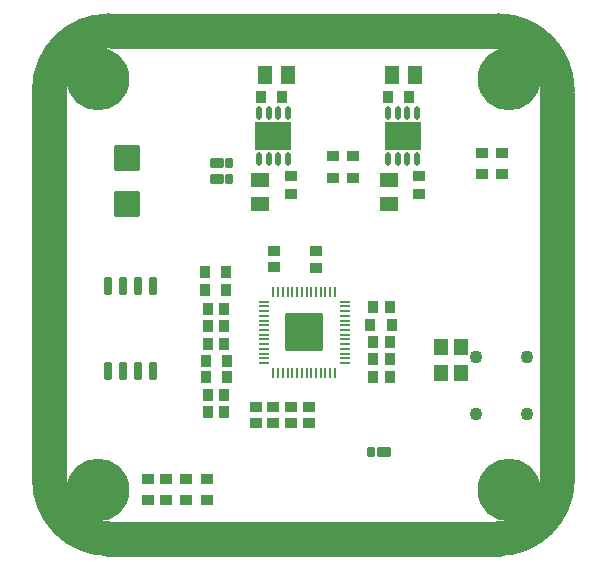
<source format=gbs>
G04 Layer: BottomSolderMaskLayer*
G04 EasyEDA Pro v2.2.27.1, 2024-09-01 09:43:49*
G04 Gerber Generator version 0.3*
G04 Scale: 100 percent, Rotated: No, Reflected: No*
G04 Dimensions in millimeters*
G04 Leading zeros omitted, absolute positions, 3 integers and 5 decimals*
%FSLAX35Y35*%
%MOMM*%
%AMRoundRect*1,1,$1,$2,$3*1,1,$1,$4,$5*1,1,$1,0-$2,0-$3*1,1,$1,0-$4,0-$5*20,1,$1,$2,$3,$4,$5,0*20,1,$1,$4,$5,0-$2,0-$3,0*20,1,$1,0-$2,0-$3,0-$4,0-$5,0*20,1,$1,0-$4,0-$5,$2,$3,0*4,1,4,$2,$3,$4,$5,0-$2,0-$3,0-$4,0-$5,$2,$3,0*%
%ADD10C,3.0*%
%ADD11RoundRect,0.09387X0.57013X-0.69237X-0.57013X-0.69237*%
%ADD12RoundRect,0.09138X-0.43712X-0.40835X-0.43712X0.40835*%
%ADD13RoundRect,0.09387X-0.69237X-0.57013X-0.69237X0.57013*%
%ADD14C,5.302*%
%ADD15RoundRect,0.09131X0.40514X-0.45514X-0.40514X-0.45514*%
%ADD16RoundRect,0.09131X0.45514X0.40514X0.45514X-0.40514*%
%ADD17RoundRect,0.09138X-0.40835X0.43712X0.40835X0.43712*%
%ADD18RoundRect,0.09137X-0.40811X0.43712X0.40811X0.43712*%
%ADD19RoundRect,0.09138X0.40835X-0.43712X-0.40835X-0.43712*%
%ADD20RoundRect,0.09137X0.40811X-0.43712X-0.40811X-0.43712*%
%ADD21RoundRect,0.09137X-0.43712X-0.40811X-0.43712X0.40811*%
%ADD22RoundRect,0.1X0.05X0.3875X0.05X-0.3875*%
%ADD23RoundRect,0.1X0.3875X0.05X0.3875X-0.05*%
%ADD24RoundRect,0.288X1.456X1.456X1.456X-1.456*%
%ADD25RoundRect,0.3X0.15X0.65X0.15X-0.65*%
%ADD26R,1.2X1.4*%
%ADD27RoundRect,0.08733X0.26713X-0.35714X-0.26713X-0.35714*%
%ADD28RoundRect,0.09017X0.53072X-0.35571X-0.53072X-0.35571*%
%ADD29C,1.1*%
%ADD30RoundRect,0.08733X-0.26713X0.35714X0.26713X0.35714*%
%ADD31RoundRect,0.09017X-0.53072X0.35571X0.53072X0.35571*%
%ADD32O,0.52159X1.1366*%
%ADD33RoundRect,0.0973X1.50214X-1.10215X-1.50214X-1.10215*%
%ADD34RoundRect,0.09138X0.43712X0.40835X0.43712X-0.40835*%
%ADD35RoundRect,0.09137X0.43712X0.40811X0.43712X-0.40811*%
%ADD36RoundRect,0.0956X-1.03221X-1.03721X-1.03221X1.03721*%
G75*


G04 PolygonModel Start*
G54D10*
G01X179111Y1140840D02*
G03X-320889Y1640840I-500000J0D01*
G01X179111Y-2159160D02*
G01X179111Y1092812D01*
G01X-320889Y-2659160D02*
G03X179111Y-2159160I0J500000D01*
G01X-3620889Y-2659160D02*
G01X-320889Y-2659160D01*
G01X-4120889Y-2159160D02*
G03X-3620889Y-2659160I500000J0D01*
G01X-3620889Y1640840D02*
G03X-4120889Y1140840I0J-500000D01*
G01X-285831Y1640840D02*
G01X-3585831Y1640840D01*

G04 Rect Start*
G36*
G01X-4270749Y-2155864D02*
G01X-4270749Y1133436D01*
G01X-3971029Y1133436D01*
G01X-3971029Y-2155864D01*
G01X-4270749Y-2155864D01*
G37*
G04 Rect End*

G04 Pad Start*
G54D11*
G01X-2099996Y1267997D03*
G01X-2299995Y1267997D03*
G54D12*
G01X-988850Y260017D03*
G01X-988850Y410690D03*
G54D13*
G01X-2341288Y177503D03*
G01X-2341288Y377502D03*
G01X-1247668Y177503D03*
G01X-1247668Y377502D03*
G54D11*
G01X-1024669Y1268503D03*
G01X-1224669Y1268503D03*
G54D12*
G01X-2072543Y257634D03*
G01X-2072543Y408307D03*
G54D14*
G01X-230889Y-2249160D03*
G01X-3710889Y-2249160D03*
G01X-230889Y1230840D03*
G01X-3710889Y1230840D03*
G54D15*
G01X-1380550Y-701276D03*
G01X-1240545Y-701276D03*
G01X-1380550Y-991276D03*
G01X-1240545Y-991276D03*
G01X-1380550Y-1141276D03*
G01X-1240545Y-1141276D03*
G54D16*
G01X-1925548Y-1682501D03*
G01X-1925548Y-1542496D03*
G54D15*
G01X-2780551Y-861131D03*
G01X-2640546Y-861131D03*
G54D16*
G01X-1865369Y-364642D03*
G01X-1865369Y-224638D03*
G01X-2223509Y-362102D03*
G01X-2223509Y-222098D03*
G54D15*
G01X-2780551Y-1011131D03*
G01X-2640546Y-1011131D03*
G54D16*
G01X-2225548Y-1682501D03*
G01X-2225548Y-1542496D03*
G01X-2075548Y-1682501D03*
G01X-2075548Y-1542496D03*
G54D17*
G01X-2148760Y1077503D03*
G54D18*
G01X-2330760Y1077503D03*
G54D17*
G01X-1074998Y1078998D03*
G54D18*
G01X-1256997Y1078998D03*
G54D19*
G01X-2799549Y-1293574D03*
G54D20*
G01X-2617550Y-1293574D03*
G54D19*
G01X-2799549Y-1153574D03*
G54D20*
G01X-2617550Y-1153574D03*
G54D12*
G01X-3290549Y-2150161D03*
G54D21*
G01X-3290549Y-2332160D03*
G54D12*
G01X-3130889Y-2150161D03*
G54D21*
G01X-3130889Y-2332160D03*
G54D12*
G01X-2960889Y-2150161D03*
G54D21*
G01X-2960889Y-2332160D03*
G54D12*
G01X-2790889Y-2150161D03*
G54D21*
G01X-2790889Y-2332160D03*
G54D16*
G01X-2375548Y-1682501D03*
G01X-2375548Y-1542496D03*
G54D15*
G01X-2780548Y-1589763D03*
G01X-2640544Y-1589763D03*
G01X-1380550Y-1293741D03*
G01X-1240545Y-1293741D03*
G54D22*
G01X-2224429Y-568111D03*
G01X-2184429Y-568111D03*
G01X-2144429Y-568111D03*
G01X-2104429Y-568111D03*
G01X-2064429Y-568111D03*
G01X-2024429Y-568111D03*
G01X-1984429Y-568111D03*
G01X-1944429Y-568111D03*
G01X-1904429Y-568111D03*
G01X-1864429Y-568111D03*
G01X-1824429Y-568111D03*
G01X-1784430Y-568111D03*
G01X-1744430Y-568111D03*
G01X-1704430Y-568111D03*
G54D23*
G01X-1620680Y-651861D03*
G01X-1620680Y-691860D03*
G01X-1620680Y-731860D03*
G01X-1620680Y-771860D03*
G01X-1620680Y-811860D03*
G01X-1620680Y-851860D03*
G01X-1620680Y-891860D03*
G01X-1620680Y-931860D03*
G01X-1620680Y-971860D03*
G01X-1620680Y-1011860D03*
G01X-1620680Y-1051860D03*
G01X-1620680Y-1091860D03*
G01X-1620680Y-1131860D03*
G01X-1620680Y-1171859D03*
G54D22*
G01X-1704430Y-1255609D03*
G01X-1744430Y-1255609D03*
G01X-1784430Y-1255609D03*
G01X-1824429Y-1255609D03*
G01X-1864429Y-1255609D03*
G01X-1904429Y-1255609D03*
G01X-1944429Y-1255609D03*
G01X-1984429Y-1255609D03*
G01X-2024429Y-1255609D03*
G01X-2064429Y-1255609D03*
G01X-2104429Y-1255609D03*
G01X-2144429Y-1255609D03*
G01X-2184429Y-1255609D03*
G01X-2224429Y-1255609D03*
G54D23*
G01X-2308179Y-1171859D03*
G01X-2308179Y-1131860D03*
G01X-2308179Y-1091860D03*
G01X-2308179Y-1051860D03*
G01X-2308179Y-1011860D03*
G01X-2308179Y-971860D03*
G01X-2308179Y-931860D03*
G01X-2308179Y-891860D03*
G01X-2308179Y-851860D03*
G01X-2308179Y-811860D03*
G01X-2308179Y-771860D03*
G01X-2308179Y-731860D03*
G01X-2308179Y-691860D03*
G01X-2308179Y-651861D03*
G54D24*
G01X-1964429Y-911860D03*
G54D25*
G01X-3621050Y-523575D03*
G01X-3494050Y-523575D03*
G01X-3367050Y-523575D03*
G01X-3240050Y-523575D03*
G01X-3240050Y-1243573D03*
G01X-3367050Y-1243573D03*
G01X-3494050Y-1243573D03*
G01X-3621050Y-1243573D03*
G54D26*
G01X-635547Y-1032499D03*
G01X-635547Y-1252498D03*
G01X-805547Y-1252498D03*
G01X-805547Y-1032499D03*
G54D27*
G01X-2598808Y387502D03*
G54D28*
G01X-2702288Y387502D03*
G54D27*
G01X-2598808Y519336D03*
G54D28*
G01X-2702288Y519336D03*
G54D29*
G01X-505547Y-1602498D03*
G01X-505547Y-1122499D03*
G01X-75547Y-1122499D03*
G01X-75547Y-1602498D03*
G54D30*
G01X-1395838Y-1927300D03*
G54D31*
G01X-1292359Y-1927300D03*
G54D32*
G01X-1010420Y559737D03*
G01X-1090404Y559737D03*
G01X-1170414Y559737D03*
G01X-1250399Y559737D03*
G01X-1010420Y948240D03*
G01X-1090404Y948240D03*
G01X-1170414Y948240D03*
G01X-1250399Y948240D03*
G54D33*
G01X-1130409Y754001D03*
G54D32*
G01X-2104040Y559248D03*
G01X-2184024Y559248D03*
G01X-2264034Y559248D03*
G01X-2344019Y559248D03*
G01X-2104040Y947751D03*
G01X-2184024Y947751D03*
G01X-2264034Y947751D03*
G01X-2344019Y947751D03*
G54D33*
G01X-2224029Y753512D03*
G54D34*
G01X-460547Y428503D03*
G54D35*
G01X-460547Y610502D03*
G54D34*
G01X-290547Y428503D03*
G54D35*
G01X-290547Y610502D03*
G54D34*
G01X-1720548Y398503D03*
G54D35*
G01X-1720548Y580503D03*
G54D34*
G01X-1550548Y398503D03*
G54D35*
G01X-1550548Y580503D03*
G54D36*
G01X-3460549Y174602D03*
G01X-3460549Y560403D03*
G54D15*
G01X-2780551Y-711131D03*
G01X-2640546Y-711131D03*
G01X-2780551Y-1441131D03*
G01X-2640546Y-1441131D03*
G54D17*
G01X-1221549Y-847998D03*
G54D18*
G01X-1403549Y-847998D03*
G54D17*
G01X-2623553Y-554920D03*
G54D18*
G01X-2805553Y-554920D03*
G54D17*
G01X-2623553Y-403573D03*
G54D18*
G01X-2805553Y-403573D03*
G04 Pad End*

M02*


</source>
